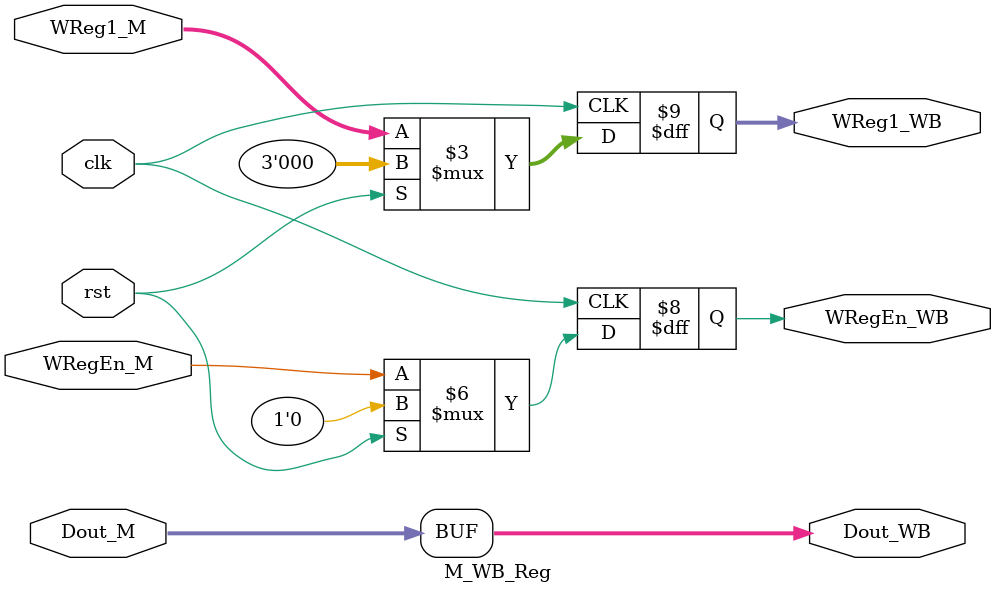
<source format=v>
`timescale 1ns / 1ps

module M_WB_Reg
(
    input clk,
    input rst,
    input WRegEn_M,
    input [63:0] Dout_M,
    input [2:0] WReg1_M,

    output reg WRegEn_WB,
    output [63:0] Dout_WB,
    output reg [2:0] WReg1_WB
);

    assign Dout_WB = Dout_M;

    always @(posedge clk) begin
        if (rst) begin
            WRegEn_WB <= 0;
            WReg1_WB <= 3'd0;
        end
        else begin
            WRegEn_WB <= WRegEn_M;
            WReg1_WB <= WReg1_M;
        end
    end

endmodule
</source>
